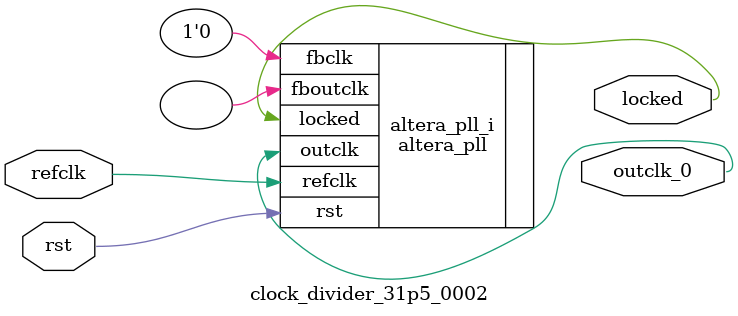
<source format=v>
`timescale 1ns/10ps
module  clock_divider_31p5_0002(

	// interface 'refclk'
	input wire refclk,

	// interface 'reset'
	input wire rst,

	// interface 'outclk0'
	output wire outclk_0,

	// interface 'locked'
	output wire locked
);

	altera_pll #(
		.fractional_vco_multiplier("false"),
		.reference_clock_frequency("50.0 MHz"),
		.operation_mode("direct"),
		.number_of_clocks(1),
		.output_clock_frequency0("31.500000 MHz"),
		.phase_shift0("0 ps"),
		.duty_cycle0(50),
		.output_clock_frequency1("0 MHz"),
		.phase_shift1("0 ps"),
		.duty_cycle1(50),
		.output_clock_frequency2("0 MHz"),
		.phase_shift2("0 ps"),
		.duty_cycle2(50),
		.output_clock_frequency3("0 MHz"),
		.phase_shift3("0 ps"),
		.duty_cycle3(50),
		.output_clock_frequency4("0 MHz"),
		.phase_shift4("0 ps"),
		.duty_cycle4(50),
		.output_clock_frequency5("0 MHz"),
		.phase_shift5("0 ps"),
		.duty_cycle5(50),
		.output_clock_frequency6("0 MHz"),
		.phase_shift6("0 ps"),
		.duty_cycle6(50),
		.output_clock_frequency7("0 MHz"),
		.phase_shift7("0 ps"),
		.duty_cycle7(50),
		.output_clock_frequency8("0 MHz"),
		.phase_shift8("0 ps"),
		.duty_cycle8(50),
		.output_clock_frequency9("0 MHz"),
		.phase_shift9("0 ps"),
		.duty_cycle9(50),
		.output_clock_frequency10("0 MHz"),
		.phase_shift10("0 ps"),
		.duty_cycle10(50),
		.output_clock_frequency11("0 MHz"),
		.phase_shift11("0 ps"),
		.duty_cycle11(50),
		.output_clock_frequency12("0 MHz"),
		.phase_shift12("0 ps"),
		.duty_cycle12(50),
		.output_clock_frequency13("0 MHz"),
		.phase_shift13("0 ps"),
		.duty_cycle13(50),
		.output_clock_frequency14("0 MHz"),
		.phase_shift14("0 ps"),
		.duty_cycle14(50),
		.output_clock_frequency15("0 MHz"),
		.phase_shift15("0 ps"),
		.duty_cycle15(50),
		.output_clock_frequency16("0 MHz"),
		.phase_shift16("0 ps"),
		.duty_cycle16(50),
		.output_clock_frequency17("0 MHz"),
		.phase_shift17("0 ps"),
		.duty_cycle17(50),
		.pll_type("General"),
		.pll_subtype("General")
	) altera_pll_i (
		.rst	(rst),
		.outclk	({outclk_0}),
		.locked	(locked),
		.fboutclk	( ),
		.fbclk	(1'b0),
		.refclk	(refclk)
	);
endmodule


</source>
